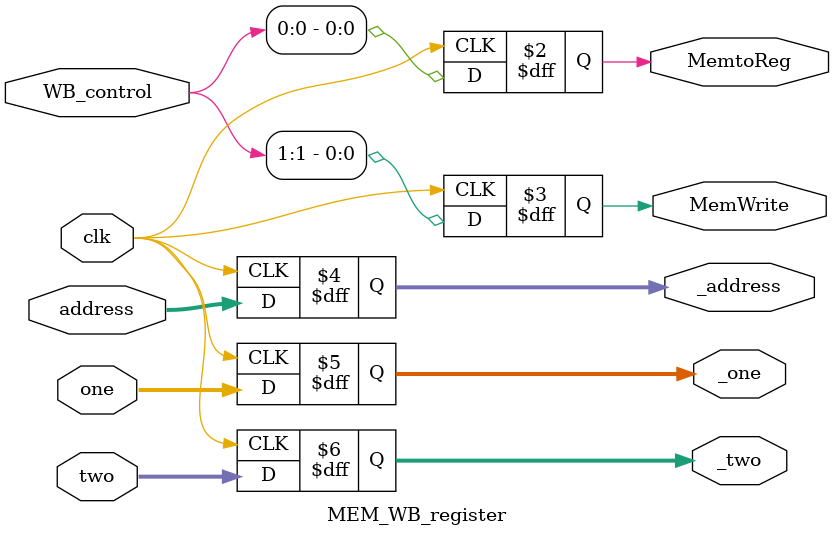
<source format=v>
module MEM_WB_register(
WB_control,MemtoReg,MemWrite,
address,_address,
one,_one,
two,_two,
clk
);
input clk;

input [1:0] WB_control;
output reg MemtoReg,MemWrite;

input wire [31:0] address;
output reg [31:0] _address;

input wire [31:0] one;
output reg [31:0] _one;

input wire [4:0] two;
output reg [4:0] _two;

always@(posedge clk)
begin
MemtoReg<=WB_control[0];
MemWrite<=WB_control[1];
_address<=address;
_one<=one;
_two<=two;
end


endmodule

</source>
